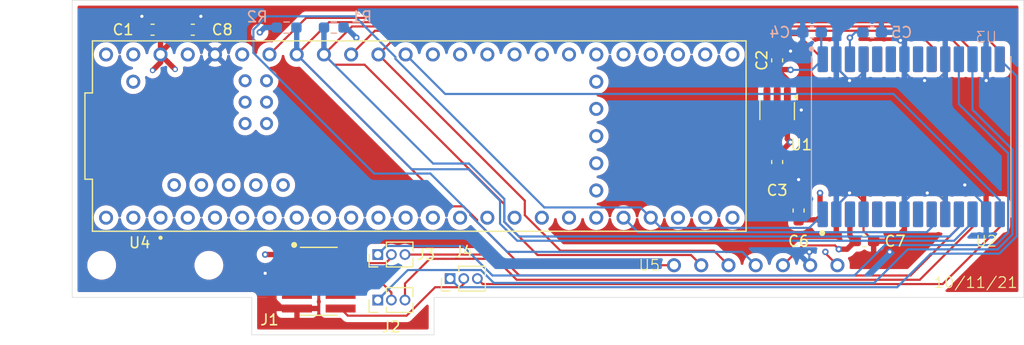
<source format=kicad_pcb>
(kicad_pcb (version 20241229) (generator "pcbnew") (generator_version "9.0")
  (layers (0 "F.Cu" mixed) (4 "In1.Cu" power) (6 "In2.Cu" power) (2 "B.Cu" mixed) (13 "F.Paste" user) (15 "B.Paste" user) (5 "F.SilkS" user "F.Silkscreen") (7 "B.SilkS" user "B.Silkscreen") (1 "F.Mask" user) (3 "B.Mask" user) (25 "Edge.Cuts" user))
  (net 0 "")
  (net 1 "+3V3")
  (net 2 "GND")
  (net 3 "+1V8")
  (net 4 "/SCL")
  (net 5 "/SDA")
  (net 7 "/SWD_CLK_2")
  (net 8 "/RESET2")
  (net 9 "/ADDR2")
  (net 10 "/WAKE2")
  (net 11 "/SWD_IO_2")
  (net 12 "/INT2")
  (net 13 "/WAKE1")
  (net 14 "/RESET1")
  (net 15 "/SWD_IO_1")
  (net 16 "/INT1")
  (net 17 "/ADDR1")
  (net 18 "/SWD_CLK_1")
  (net 70 "+5V")
  (net 75 "/SWD_CLK")
  (net 76 "/SWD_IO")
  (net 77 "/RESET")
  (footprint "Package_TO_SOT_SMD:SOT-23-5_HandSoldering" (layer "F.Cu") (at 153.25 73 -90)
    (property "Reference" "U1" (at 3.25 -2.25 180) (layer "F.SilkS"))
    (property "Value" "TLV713185PDBV")
    (pad "1" smd roundrect (at -1.35 -0.95 270) (size 1.56 0.65) (layers "F.Cu" "F.Mask" "F.Paste") (net 1 "+3V3"))
    (pad "2" smd roundrect (at -1.35 0 270) (size 1.56 0.65) (layers "F.Cu" "F.Mask" "F.Paste") (net 2 "GND"))
    (pad "3" smd roundrect (at -1.35 0.95 270) (size 1.56 0.65) (layers "F.Cu" "F.Mask" "F.Paste") (net 1 "+3V3"))
    (pad "4" smd roundrect (at 1.35 0.95 270) (size 1.56 0.65) (layers "F.Cu" "F.Mask" "F.Paste"))
    (pad "5" smd roundrect (at 1.35 -0.95 270) (size 1.56 0.65) (layers "F.Cu" "F.Mask" "F.Paste") (net 3 "+1V8"))
  )
  (footprint "Capacitor_SMD:C_0603_1608Metric_Pad1.08x0.95mm_HandSolder" (layer "F.Cu") (at 153.25 77.8625 -90)
    (property "Reference" "C3" (at 2.6375 0 180) (layer "F.SilkS"))
    (property "Value" "0.1uF")
    (pad "1" smd roundrect (at -0.8625 0 270) (size 1.075 0.95) (layers "F.Cu" "F.Mask" "F.Paste") (net 3 "+1V8"))
    (pad "2" smd roundrect (at 0.8625 0 270) (size 1.075 0.95) (layers "F.Cu" "F.Mask" "F.Paste") (net 2 "GND"))
  )
  (footprint "Acconeer:Debug" (layer "F.Cu") (at 143.63 87.5 90)
    (property "Reference" "U5" (at 0 -2.3 0) (layer "F.SilkS") (effects (font (thickness 0.1))))
    (property "Value" "~")
    (pad "7" thru_hole circle (at 0 15.24 180) (size 1.308 1.308) (drill 0.8) (layers "*.Cu" "*.Mask") (net 1 "+3V3"))
    (pad "8" thru_hole circle (at 0 12.7 180) (size 1.308 1.308) (drill 0.8) (layers "*.Cu" "*.Mask") (net 2 "GND"))
    (pad "9" thru_hole circle (at 0 10.16 180) (size 1.308 1.308) (drill 0.8) (layers "*.Cu" "*.Mask") (net 3 "+1V8"))
    (pad "10" thru_hole circle (at 0 7.62 180) (size 1.308 1.308) (drill 0.8) (layers "*.Cu" "*.Mask") (net 16 "/INT1"))
    (pad "11" thru_hole circle (at 0 5.08 180) (size 1.308 1.308) (drill 0.8) (layers "*.Cu" "*.Mask") (net 12 "/INT2"))
    (pad "12" thru_hole circle (at 0 2.54 180) (size 1.308 1.308) (drill 0.8) (layers "*.Cu" "*.Mask") (net 5 "/SDA"))
    (pad "13" thru_hole circle (at 0 0 180) (size 1.308 1.308) (drill 0.8) (layers "*.Cu" "*.Mask") (net 4 "/SCL"))
  )
  (footprint "Connector_PinHeader_1.27mm:PinHeader_1x03_P1.27mm_Vertical" (layer "F.Cu") (at 116 90.75 90)
    (property "Reference" "J2" (at -2.5 1.25 180) (layer "F.SilkS"))
    (property "Value" "J_SWD_CLK")
    (pad "1" thru_hole rect (at 0 0 90) (size 1 1) (drill 0.65) (layers "*.Cu" "*.Mask") (net 18 "/SWD_CLK_1"))
    (pad "2" thru_hole circle (at 0 1.27 90) (size 1 1) (drill 0.65) (layers "*.Cu" "*.Mask") (net 75 "/SWD_CLK"))
    (pad "3" thru_hole circle (at 0 2.54 90) (size 1 1) (drill 0.65) (layers "*.Cu" "*.Mask") (net 7 "/SWD_CLK_2"))
  )
  (footprint "Capacitor_SMD:C_0603_1608Metric_Pad1.08x0.95mm_HandSolder" (layer "F.Cu") (at 95 65.5 180)
    (property "Reference" "C1" (at 2.75 0 0) (layer "F.SilkS"))
    (property "Value" "10uF")
    (pad "1" smd roundrect (at -0.8625 0 180) (size 1.075 0.95) (layers "F.Cu" "F.Mask" "F.Paste") (net 1 "+3V3"))
    (pad "2" smd roundrect (at 0.8625 0 180) (size 1.075 0.95) (layers "F.Cu" "F.Mask" "F.Paste") (net 2 "GND"))
  )
  (footprint "Acconeer:XM125" (layer "F.Cu") (at 165.75 75.5 180)
    (property "Reference" "U2" (at -7 -9.75 0) (layer "F.SilkS") (effects (font (thickness 0.1))))
    (property "Value" "~")
    (pad "1" smd roundrect (at 8.255 -7.245 180) (size 0.95 2.4) (layers "F.Cu" "F.Mask" "F.Paste") (roundrect_rratio 0.15) (net 1 "+3V3"))
    (pad "2" smd roundrect (at 6.985 -7.245 180) (size 0.95 2.4) (layers "F.Cu" "F.Mask" "F.Paste") (roundrect_rratio 0.15) (net 2 "GND"))
    (pad "3" smd roundrect (at 5.715 -7.245 180) (size 0.95 2.4) (layers "F.Cu" "F.Mask" "F.Paste") (roundrect_rratio 0.15) (net 3 "+1V8"))
    (pad "4" smd roundrect (at 4.445 -7.245 180) (size 0.95 2.4) (layers "F.Cu" "F.Mask" "F.Paste") (roundrect_rratio 0.15) (net 2 "GND"))
    (pad "5" smd roundrect (at 3.175 -7.245 180) (size 0.95 2.4) (layers "F.Cu" "F.Mask" "F.Paste") (roundrect_rratio 0.15))
    (pad "6" smd roundrect (at 1.905 -7.245 180) (size 0.95 2.4) (layers "F.Cu" "F.Mask" "F.Paste") (roundrect_rratio 0.15))
    (pad "7" smd roundrect (at 0.635 -7.245 180) (size 0.95 2.4) (layers "F.Cu" "F.Mask" "F.Paste") (roundrect_rratio 0.15) (net 2 "GND"))
    (pad "8" smd roundrect (at -0.635 -7.245 180) (size 0.95 2.4) (layers "F.Cu" "F.Mask" "F.Paste") (roundrect_rratio 0.15))
    (pad "9" smd roundrect (at -1.905 -7.245 180) (size 0.95 2.4) (layers "F.Cu" "F.Mask" "F.Paste") (roundrect_rratio 0.15))
    (pad "10" smd roundrect (at -3.175 -7.245 180) (size 0.95 2.4) (layers "F.Cu" "F.Mask" "F.Paste") (roundrect_rratio 0.15) (net 2 "GND"))
    (pad "11" smd roundrect (at -4.445 -7.245 180) (size 0.95 2.4) (layers "F.Cu" "F.Mask" "F.Paste") (roundrect_rratio 0.15) (net 11 "/SWD_IO_2"))
    (pad "12" smd roundrect (at -5.715 -7.245 180) (size 0.95 2.4) (layers "F.Cu" "F.Mask" "F.Paste") (roundrect_rratio 0.15) (net 7 "/SWD_CLK_2"))
    (pad "13" smd roundrect (at -6.985 -7.245 180) (size 0.95 2.4) (layers "F.Cu" "F.Mask" "F.Paste") (roundrect_rratio 0.15) (net 2 "GND"))
    (pad "14" smd roundrect (at -8.255 -7.245 180) (size 0.95 2.4) (layers "F.Cu" "F.Mask" "F.Paste") (roundrect_rratio 0.15) (net 8 "/RESET2"))
    (pad "15" smd roundrect (at -8.265 7.245 180) (size 0.95 2.4) (layers "F.Cu" "F.Mask" "F.Paste") (roundrect_rratio 0.15) (net 10 "/WAKE2"))
    (pad "16" smd roundrect (at -6.995 7.245 180) (size 0.95 2.4) (layers "F.Cu" "F.Mask" "F.Paste") (roundrect_rratio 0.15) (net 2 "GND"))
    (pad "17" smd roundrect (at -5.725 7.245 180) (size 0.95 2.4) (layers "F.Cu" "F.Mask" "F.Paste") (roundrect_rratio 0.15) (net 4 "/SCL"))
    (pad "18" smd roundrect (at -4.455 7.245 180) (size 0.95 2.4) (layers "F.Cu" "F.Mask" "F.Paste") (roundrect_rratio 0.15) (net 5 "/SDA"))
    (pad "19" smd roundrect (at -3.185 7.245 180) (size 0.95 2.4) (layers "F.Cu" "F.Mask" "F.Paste") (roundrect_rratio 0.15) (net 2 "GND"))
    (pad "20" smd roundrect (at -1.915 7.245 180) (size 0.95 2.4) (layers "F.Cu" "F.Mask" "F.Paste") (roundrect_rratio 0.15) (net 9 "/ADDR2"))
    (pad "21" smd roundrect (at -0.645 7.245 180) (size 0.95 2.4) (layers "F.Cu" "F.Mask" "F.Paste") (roundrect_rratio 0.15))
    (pad "22" smd roundrect (at 0.625 7.245 180) (size 0.95 2.4) (layers "F.Cu" "F.Mask" "F.Paste") (roundrect_rratio 0.15) (net 2 "GND"))
    (pad "23" smd roundrect (at 1.895 7.245 180) (size 0.95 2.4) (layers "F.Cu" "F.Mask" "F.Paste") (roundrect_rratio 0.15))
    (pad "24" smd roundrect (at 3.165 7.245 180) (size 0.95 2.4) (layers "F.Cu" "F.Mask" "F.Paste") (roundrect_rratio 0.15))
    (pad "25" smd roundrect (at 4.435 7.245 180) (size 0.95 2.4) (layers "F.Cu" "F.Mask" "F.Paste") (roundrect_rratio 0.15))
    (pad "26" smd roundrect (at 5.705 7.245 180) (size 0.95 2.4) (layers "F.Cu" "F.Mask" "F.Paste") (roundrect_rratio 0.15))
    (pad "27" smd roundrect (at 6.975 7.245 180) (size 0.95 2.4) (layers "F.Cu" "F.Mask" "F.Paste") (roundrect_rratio 0.15) (net 2 "GND"))
    (pad "28" smd roundrect (at 8.245 7.245 180) (size 0.95 2.4) (layers "F.Cu" "F.Mask" "F.Paste") (roundrect_rratio 0.15) (net 12 "/INT2"))
  )
  (footprint "Capacitor_SMD:C_0603_1608Metric_Pad1.08x0.95mm_HandSolder" (layer "F.Cu") (at 155.25 82.3875 -90)
    (property "Reference" "C6" (at 2.8625 0 0) (layer "F.SilkS"))
    (property "Value" "0.1uF")
    (pad "1" smd roundrect (at -0.8625 0 270) (size 1.075 0.95) (layers "F.Cu" "F.Mask" "F.Paste") (net 2 "GND"))
    (pad "2" smd roundrect (at 0.8625 0 270) (size 1.075 0.95) (layers "F.Cu" "F.Mask" "F.Paste") (net 1 "+3V3"))
  )
  (footprint "Connector_PinHeader_1.27mm:PinHeader_1x03_P1.27mm_Vertical" (layer "F.Cu") (at 116 86.5 90)
    (property "Reference" "J3" (at 0 4.5 180) (layer "F.SilkS"))
    (property "Value" "J_SWD_IO")
    (pad "1" thru_hole rect (at 0 0 90) (size 1 1) (drill 0.65) (layers "*.Cu" "*.Mask") (net 15 "/SWD_IO_1"))
    (pad "2" thru_hole circle (at 0 1.27 90) (size 1 1) (drill 0.65) (layers "*.Cu" "*.Mask") (net 76 "/SWD_IO"))
    (pad "3" thru_hole circle (at 0 2.54 90) (size 1 1) (drill 0.65) (layers "*.Cu" "*.Mask") (net 11 "/SWD_IO_2"))
  )
  (footprint "MountingHole:MountingHole_2.2mm_M2" (layer "F.Cu") (at 90.25 87.5)
    (property "Reference" "REF**" (hide yes))
    (property "Value" "MountingHole_2.2mm_M2")
    (pad "" np_thru_hole circle (at 0 0) (size 2.2 2.2) (drill 2.2) (layers "*.Cu" "*.Mask"))
  )
  (footprint "Capacitor_SMD:C_0603_1608Metric_Pad1.08x0.95mm_HandSolder" (layer "F.Cu") (at 153.25 68.3625 90)
    (property "Reference" "C2" (at 0 -1.43 90) (layer "F.SilkS"))
    (property "Value" "0.1uF")
    (pad "1" smd roundrect (at -0.8625 0 90) (size 1.075 0.95) (layers "F.Cu" "F.Mask" "F.Paste") (net 1 "+3V3"))
    (pad "2" smd roundrect (at 0.8625 0 90) (size 1.075 0.95) (layers "F.Cu" "F.Mask" "F.Paste") (net 2 "GND"))
  )
  (footprint "Connector_PinHeader_1.27mm:PinHeader_1x03_P1.27mm_Vertical" (layer "F.Cu") (at 122.75 88.75 90)
    (property "Reference" "J4" (at 2.5 1.25 180) (layer "F.SilkS"))
    (property "Value" "J_RESET")
    (pad "1" thru_hole rect (at 0 0 90) (size 1 1) (drill 0.65) (layers "*.Cu" "*.Mask") (net 14 "/RESET1"))
    (pad "2" thru_hole circle (at 0 1.27 90) (size 1 1) (drill 0.65) (layers "*.Cu" "*.Mask") (net 77 "/RESET"))
    (pad "3" thru_hole circle (at 0 2.54 90) (size 1 1) (drill 0.65) (layers "*.Cu" "*.Mask") (net 8 "/RESET2"))
  )
  (footprint "FTS-105-03-L-DV:FTS-105-03-L-DV" (layer "F.Cu") (at 110.5 89)
    (property "Reference" "J1" (at -4.6 3.6 0) (layer "F.SilkS") (effects (font (size 1.001031 1.001031))))
    (property "Value" "Conn_ARM_JTAG_SWD_10")
    (pad "1" smd rect (at -2.035 -2.54) (size 2.79 0.74) (layers "F.Cu" "F.Mask" "F.Paste") (net 1 "+3V3"))
    (pad "2" smd rect (at 2.035 -2.54) (size 2.79 0.74) (layers "F.Cu" "F.Mask" "F.Paste") (net 76 "/SWD_IO"))
    (pad "3" smd rect (at -2.035 -1.27) (size 2.79 0.74) (layers "F.Cu" "F.Mask" "F.Paste") (net 2 "GND"))
    (pad "4" smd rect (at 2.035 -1.27) (size 2.79 0.74) (layers "F.Cu" "F.Mask" "F.Paste") (net 75 "/SWD_CLK"))
    (pad "5" smd rect (at -2.035 0) (size 2.79 0.74) (layers "F.Cu" "F.Mask" "F.Paste") (net 2 "GND"))
    (pad "6" smd rect (at 2.035 0) (size 2.79 0.74) (layers "F.Cu" "F.Mask" "F.Paste"))
    (pad "7" smd rect (at -2.035 1.27) (size 2.79 0.74) (layers "F.Cu" "F.Mask" "F.Paste"))
    (pad "8" smd rect (at 2.035 1.27) (size 2.79 0.74) (layers "F.Cu" "F.Mask" "F.Paste"))
    (pad "9" smd rect (at -2.035 2.54) (size 2.79 0.74) (layers "F.Cu" "F.Mask" "F.Paste") (net 2 "GND"))
    (pad "10" smd rect (at 2.035 2.54) (size 2.79 0.74) (layers "F.Cu" "F.Mask" "F.Paste") (net 77 "/RESET"))
  )
  (footprint "Capacitor_SMD:C_0603_1608Metric_Pad1.08x0.95mm_HandSolder" (layer "F.Cu") (at 98.75 65.5)
    (property "Reference" "C8" (at 2.75 0 0) (layer "F.SilkS"))
    (property "Value" "0.1uF")
    (pad "1" smd roundrect (at -0.8625 0) (size 1.075 0.95) (layers "F.Cu" "F.Mask" "F.Paste") (net 1 "+3V3"))
    (pad "2" smd roundrect (at 0.8625 0) (size 1.075 0.95) (layers "F.Cu" "F.Mask" "F.Paste") (net 2 "GND"))
  )
  (footprint "Capacitor_SMD:C_0603_1608Metric_Pad1.08x0.95mm_HandSolder" (layer "F.Cu") (at 161.3875 85.25)
    (property "Reference" "C7" (at 2.8625 0 0) (layer "F.SilkS"))
    (property "Value" "0.1uF")
    (pad "1" smd roundrect (at -0.8625 0) (size 1.075 0.95) (layers "F.Cu" "F.Mask" "F.Paste") (net 3 "+1V8"))
    (pad "2" smd roundrect (at 0.8625 0) (size 1.075 0.95) (layers "F.Cu" "F.Mask" "F.Paste") (net 2 "GND"))
  )
  (footprint "DEV-16771:MODULE_DEV-16771" (layer "F.Cu") (at 119.87 75.435)
    (property "Reference" "U4" (at -26.07 9.965 0) (layer "F.SilkS"))
    (property "Value" "DEV-16771")
    (pad "0" thru_hole circle (at -26.67 7.62) (size 1.308 1.308) (drill 0.8) (layers "*.Cu" "*.Mask"))
    (pad "1" thru_hole circle (at -24.13 7.62) (size 1.308 1.308) (drill 0.8) (layers "*.Cu" "*.Mask"))
    (pad "2" thru_hole circle (at -21.59 7.62) (size 1.308 1.308) (drill 0.8) (layers "*.Cu" "*.Mask"))
    (pad "3" thru_hole circle (at -19.05 7.62) (size 1.308 1.308) (drill 0.8) (layers "*.Cu" "*.Mask"))
    (pad "3.3V_1" thru_hole circle (at 6.35 7.62) (size 1.308 1.308) (drill 0.8) (layers "*.Cu" "*.Mask") (net 1 "+3V3"))
    (pad "3.3V_2" thru_hole circle (at -24.13 -7.62) (size 1.308 1.308) (drill 0.8) (layers "*.Cu" "*.Mask") (net 1 "+3V3"))
    (pad "3.3V_3" thru_hole circle (at 16.51 2.54) (size 1.308 1.308) (drill 0.8) (layers "*.Cu" "*.Mask") (net 1 "+3V3"))
    (pad "4" thru_hole circle (at -16.51 7.62) (size 1.308 1.308) (drill 0.8) (layers "*.Cu" "*.Mask"))
    (pad "5" thru_hole circle (at -13.97 7.62) (size 1.308 1.308) (drill 0.8) (layers "*.Cu" "*.Mask"))
    (pad "5V" thru_hole circle (at -22.86 4.57) (size 1.258 1.258) (drill 0.75) (layers "*.Cu" "*.Mask") (net 70 "+5V"))
    (pad "6" thru_hole circle (at -11.43 7.62) (size 1.308 1.308) (drill 0.8) (layers "*.Cu" "*.Mask"))
    (pad "7" thru_hole circle (at -8.89 7.62) (size 1.308 1.308) (drill 0.8) (layers "*.Cu" "*.Mask"))
    (pad "8" thru_hole circle (at -6.35 7.62) (size 1.308 1.308) (drill 0.8) (layers "*.Cu" "*.Mask"))
    (pad "9" thru_hole circle (at -3.81 7.62) (size 1.308 1.308) (drill 0.8) (layers "*.Cu" "*.Mask"))
    (pad "10" thru_hole circle (at -1.27 7.62) (size 1.308 1.308) (drill 0.8) (layers "*.Cu" "*.Mask"))
    (pad "11" thru_hole circle (at 1.27 7.62) (size 1.308 1.308) (drill 0.8) (layers "*.Cu" "*.Mask"))
    (pad "12" thru_hole circle (at 3.81 7.62) (size 1.308 1.308) (drill 0.8) (layers "*.Cu" "*.Mask"))
    (pad "13" thru_hole circle (at 3.81 -7.62) (size 1.308 1.308) (drill 0.8) (layers "*.Cu" "*.Mask"))
    (pad "14" thru_hole circle (at 1.27 -7.62) (size 1.308 1.308) (drill 0.8) (layers "*.Cu" "*.Mask"))
    (pad "15" thru_hole circle (at -1.27 -7.62) (size 1.308 1.308) (drill 0.8) (layers "*.Cu" "*.Mask") (net 13 "/WAKE1"))
    (pad "16" thru_hole circle (at -3.81 -7.62) (size 1.308 1.308) (drill 0.8) (layers "*.Cu" "*.Mask") (net 12 "/INT2"))
    (pad "17" thru_hole circle (at -6.35 -7.62) (size 1.308 1.308) (drill 0.8) (layers "*.Cu" "*.Mask") (net 9 "/ADDR2"))
    (pad "18" thru_hole circle (at -8.89 -7.62) (size 1.308 1.308) (drill 0.8) (layers "*.Cu" "*.Mask") (net 5 "/SDA"))
    (pad "19" thru_hole circle (at -11.43 -7.62) (size 1.308 1.308) (drill 0.8) (layers "*.Cu" "*.Mask") (net 4 "/SCL"))
    (pad "20" thru_hole circle (at -13.97 -7.62) (size 1.308 1.308) (drill 0.8) (layers "*.Cu" "*.Mask") (net 10 "/WAKE2"))
    (pad "21" thru_hole circle (at -16.51 -7.62) (size 1.308 1.308) (drill 0.8) (layers "*.Cu" "*.Mask"))
    (pad "22" thru_hole circle (at -19.05 -7.62) (size 1.308 1.308) (drill 0.8) (layers "*.Cu" "*.Mask") (net 2 "GND"))
    (pad "23" thru_hole circle (at -21.59 -7.62) (size 1.308 1.308) (drill 0.8) (layers "*.Cu" "*.Mask"))
    (pad "24" thru_hole circle (at 8.89 7.62) (size 1.308 1.308) (drill 0.8) (layers "*.Cu" "*.Mask"))
    (pad "25" thru_hole circle (at 11.43 7.62) (size 1.308 1.308) (drill 0.8) (layers "*.Cu" "*.Mask"))
    (pad "26" thru_hole circle (at 13.97 7.62) (size 1.308 1.308) (drill 0.8) (layers "*.Cu" "*.Mask"))
    (pad "27" thru_hole circle (at 16.51 7.62) (size 1.308 1.308) (drill 0.8) (layers "*.Cu" "*.Mask"))
    (pad "28" thru_hole circle (at 19.05 7.62) (size 1.308 1.308) (drill 0.8) (layers "*.Cu" "*.Mask") (net 17 "/ADDR1"))
    (pad "29" thru_hole circle (at 21.59 7.62) (size 1.308 1.308) (drill 0.8) (layers "*.Cu" "*.Mask") (net 16 "/INT1"))
    (pad "30" thru_hole circle (at 24.13 7.62) (size 1.308 1.308) (drill 0.8) (layers "*.Cu" "*.Mask"))
    (pad "31" thru_hole circle (at 26.67 7.62) (size 1.308 1.308) (drill 0.8) (layers "*.Cu" "*.Mask"))
    (pad "32" thru_hole circle (at 29.21 7.62) (size 1.308 1.308) (drill 0.8) (layers "*.Cu" "*.Mask"))
    (pad "33" thru_hole circle (at 29.21 -7.62) (size 1.308 1.308) (drill 0.8) (layers "*.Cu" "*.Mask"))
    (pad "34" thru_hole circle (at 26.67 -7.62) (size 1.308 1.308) (drill 0.8) (layers "*.Cu" "*.Mask"))
    (pad "35" thru_hole circle (at 24.13 -7.62) (size 1.308 1.308) (drill 0.8) (layers "*.Cu" "*.Mask"))
    (pad "36" thru_hole circle (at 21.59 -7.62) (size 1.308 1.308) (drill 0.8) (layers "*.Cu" "*.Mask"))
    (pad "37" thru_hole circle (at 19.05 -7.62) (size 1.308 1.308) (drill 0.8) (layers "*.Cu" "*.Mask"))
    (pad "38" thru_hole circle (at 16.51 -7.62) (size 1.308 1.308) (drill 0.8) (layers "*.Cu" "*.Mask"))
    (pad "39" thru_hole circle (at 13.97 -7.62) (size 1.308 1.308) (drill 0.8) (layers "*.Cu" "*.Mask"))
    (pad "40" thru_hole circle (at 11.43 -7.62) (size 1.308 1.308) (drill 0.8) (layers "*.Cu" "*.Mask"))
    (pad "41" thru_hole circle (at 8.89 -7.62) (size 1.308 1.308) (drill 0.8) (layers "*.Cu" "*.Mask"))
    (pad "D+" thru_hole circle (at -17.78 4.57) (size 1.258 1.258) (drill 0.75) (layers "*.Cu" "*.Mask"))
    (pad "D-" thru_hole circle (at -20.32 4.57) (size 1.258 1.258) (drill 0.75) (layers "*.Cu" "*.Mask"))
    (pad "GND1" thru_hole circle (at -29.21 7.62) (size 1.308 1.308) (drill 0.8) (layers "*.Cu" "*.Mask"))
    (pad "GND2" thru_hole circle (at 6.35 -7.62) (size 1.308 1.308) (drill 0.8) (layers "*.Cu" "*.Mask"))
    (pad "GND3" thru_hole circle (at -26.67 -7.62) (size 1.308 1.308) (drill 0.8) (layers "*.Cu" "*.Mask"))
    (pad "GND4" thru_hole circle (at 16.51 0) (size 1.308 1.308) (drill 0.8) (layers "*.Cu" "*.Mask"))
    (pad "GND5" thru_hole circle (at -14.24 -3.17) (size 1.208 1.208) (drill 0.7) (layers "*.Cu" "*.Mask"))
    (pad "LED" thru_hole circle (at -16.24 -3.17) (size 1.208 1.208) (drill 0.7) (layers "*.Cu" "*.Mask"))
    (pad "ON/OFF" thru_hole circle (at 16.51 -5.08) (size 1.308 1.308) (drill 0.8) (layers "*.Cu" "*.Mask"))
    (pad "PROGRAM" thru_hole circle (at 16.51 -2.54) (size 1.308 1.308) (drill 0.8) (layers "*.Cu" "*.Mask"))
    (pad "R+" thru_hole circle (at -16.24 -5.17) (size 1.208 1.208) (drill 0.7) (layers "*.Cu" "*.Mask"))
    (pad "R-" thru_hole circle (at -14.24 -5.17) (size 1.208 1.208) (drill 0.7) (layers "*.Cu" "*.Mask"))
    (pad "T+" thru_hole circle (at -14.24 -1.17) (size 1.208 1.208) (drill 0.7) (layers "*.Cu" "*.Mask"))
    (pad "T-" thru_hole circle (at -16.24 -1.17) (size 1.208 1.208) (drill 0.7) (layers "*.Cu" "*.Mask"))
    (pad "USB_GND1" thru_hole circle (at -15.24 4.57) (size 1.258 1.258) (drill 0.75) (layers "*.Cu" "*.Mask"))
    (pad "USB_GND2" thru_hole circle (at -12.7 4.57) (size 1.258 1.258) (drill 0.75) (layers "*.Cu" "*.Mask"))
    (pad "VBAT" thru_hole circle (at 16.51 5.08) (size 1.308 1.308) (drill 0.8) (layers "*.Cu" "*.Mask"))
    (pad "VIN" thru_hole circle (at -29.21 -7.62) (size 1.308 1.308) (drill 0.8) (layers "*.Cu" "*.Mask"))
    (pad "VUSB" thru_hole circle (at -26.67 -5.08) (size 1.308 1.308) (drill 0.8) (layers "*.Cu" "*.Mask"))
  )
  (footprint "MountingHole:MountingHole_2.2mm_M2" (layer "F.Cu") (at 100.25 87.5)
    (property "Reference" "REF**" (hide yes))
    (property "Value" "MountingHole_2.2mm_M2")
    (pad "" np_thru_hole circle (at 0 0) (size 2.2 2.2) (drill 2.2) (layers "*.Cu" "*.Mask"))
  )
  (footprint "Capacitor_SMD:C_0603_1608Metric_Pad1.08x0.95mm_HandSolder" (layer "B.Cu") (at 162.1125 65.75)
    (property "Reference" "C5" (at 2.75 0 0) (layer "B.SilkS") (effects (justify mirror)))
    (property "Value" "0.1uF")
    (pad "1" smd roundrect (at -0.8625 0) (size 1.075 0.95) (layers "B.Cu" "B.Mask" "B.Paste") (net 3 "+1V8"))
    (pad "2" smd roundrect (at 0.8625 0) (size 1.075 0.95) (layers "B.Cu" "B.Mask" "B.Paste") (net 2 "GND"))
  )
  (footprint "Acconeer:XM125" (layer "B.Cu") (at 165.75 75.5 180)
    (property "Reference" "U3" (at -7 9.3 0) (layer "B.SilkS") (effects (font (thickness 0.1)) (justify mirror)))
    (property "Value" "~")
    (pad "1" smd roundrect (at 8.255 7.245 180) (size 0.95 2.4) (layers "B.Cu" "B.Mask" "B.Paste") (roundrect_rratio 0.15) (net 1 "+3V3"))
    (pad "2" smd roundrect (at 6.985 7.245 180) (size 0.95 2.4) (layers "B.Cu" "B.Mask" "B.Paste") (roundrect_rratio 0.15) (net 2 "GND"))
    (pad "3" smd roundrect (at 5.715 7.245 180) (size 0.95 2.4) (layers "B.Cu" "B.Mask" "B.Paste") (roundrect_rratio 0.15) (net 3 "+1V8"))
    (pad "4" smd roundrect (at 4.445 7.245 180) (size 0.95 2.4) (layers "B.Cu" "B.Mask" "B.Paste") (roundrect_rratio 0.15) (net 2 "GND"))
    (pad "5" smd roundrect (at 3.175 7.245 180) (size 0.95 2.4) (layers "B.Cu" "B.Mask" "B.Paste") (roundrect_rratio 0.15))
    (pad "6" smd roundrect (at 1.905 7.245 180) (size 0.95 2.4) (layers "B.Cu" "B.Mask" "B.Paste") (roundrect_rratio 0.15))
    (pad "7" smd roundrect (at 0.635 7.245 180) (size 0.95 2.4) (layers "B.Cu" "B.Mask" "B.Paste") (roundrect_rratio 0.15) (net 2 "GND"))
    (pad "8" smd roundrect (at -0.635 7.245 180) (size 0.95 2.4) (layers "B.Cu" "B.Mask" "B.Paste") (roundrect_rratio 0.15))
    (pad "9" smd roundrect (at -1.905 7.245 180) (size 0.95 2.4) (layers "B.Cu" "B.Mask" "B.Paste") (roundrect_rratio 0.15))
    (pad "10" smd roundrect (at -3.175 7.245 180) (size 0.95 2.4) (layers "B.Cu" "B.Mask" "B.Paste") (roundrect_rratio 0.15) (net 2 "GND"))
    (pad "11" smd roundrect (at -4.445 7.245 180) (size 0.95 2.4) (layers "B.Cu" "B.Mask" "B.Paste") (roundrect_rratio 0.15) (net 15 "/SWD_IO_1"))
    (pad "12" smd roundrect (at -5.715 7.245 180) (size 0.95 2.4) (layers "B.Cu" "B.Mask" "B.Paste") (roundrect_rratio 0.15) (net 18 "/SWD_CLK_1"))
    (pad "13" smd roundrect (at -6.985 7.245 180) (size 0.95 2.4) (layers "B.Cu" "B.Mask" "B.Paste") (roundrect_rratio 0.15) (net 2 "GND"))
    (pad "14" smd roundrect (at -8.255 7.245 180) (size 0.95 2.4) (layers "B.Cu" "B.Mask" "B.Paste") (roundrect_rratio 0.15) (net 14 "/RESET1"))
    (pad "15" smd roundrect (at -8.265 -7.245 180) (size 0.95 2.4) (layers "B.Cu" "B.Mask" "B.Paste") (roundrect_rratio 0.15) (net 13 "/WAKE1"))
    (pad "16" smd roundrect (at -6.995 -7.245 180) (size 0.95 2.4) (layers "B.Cu" "B.Mask" "B.Paste") (roundrect_rratio 0.15) (net 2 "GND"))
    (pad "17" smd roundrect (at -5.725 -7.245 180) (size 0.95 2.4) (layers "B.Cu" "B.Mask" "B.Paste") (roundrect_rratio 0.15) (net 4 "/SCL"))
    (pad "18" smd roundrect (at -4.455 -7.245 180) (size 0.95 2.4) (layers "B.Cu" "B.Mask" "B.Paste") (roundrect_rratio 0.15) (net 5 "/SDA"))
    (pad "19" smd roundrect (at -3.185 -7.245 180) (size 0.95 2.4) (layers "B.Cu" "B.Mask" "B.Paste") (roundrect_rratio 0.15) (net 2 "GND"))
    (pad "20" smd roundrect (at -1.915 -7.245 180) (size 0.95 2.4) (layers "B.Cu" "B.Mask" "B.Paste") (roundrect_rratio 0.15) (net 17 "/ADDR1"))
    (pad "21" smd roundrect (at -0.645 -7.245 180) (size 0.95 2.4) (layers "B.Cu" "B.Mask" "B.Paste") (roundrect_rratio 0.15))
    (pad "22" smd roundrect (at 0.625 -7.245 180) (size 0.95 2.4) (layers "B.Cu" "B.Mask" "B.Paste") (roundrect_rratio 0.15) (net 2 "GND"))
    (pad "23" smd roundrect (at 1.895 -7.245 180) (size 0.95 2.4) (layers "B.Cu" "B.Mask" "B.Paste") (roundrect_rratio 0.15))
    (pad "24" smd roundrect (at 3.165 -7.245 180) (size 0.95 2.4) (layers "B.Cu" "B.Mask" "B.Paste") (roundrect_rratio 0.15))
    (pad "25" smd roundrect (at 4.435 -7.245 180) (size 0.95 2.4) (layers "B.Cu" "B.Mask" "B.Paste") (roundrect_rratio 0.15))
    (pad "26" smd roundrect (at 5.705 -7.245 180) (size 0.95 2.4) (layers "B.Cu" "B.Mask" "B.Paste") (roundrect_rratio 0.15))
    (pad "27" smd roundrect (at 6.975 -7.245 180) (size 0.95 2.4) (layers "B.Cu" "B.Mask" "B.Paste") (roundrect_rratio 0.15) (net 2 "GND"))
    (pad "28" smd roundrect (at 8.245 -7.245 180) (size 0.95 2.4) (layers "B.Cu" "B.Mask" "B.Paste") (roundrect_rratio 0.15) (net 16 "/INT1"))
  )
  (footprint "Resistor_SMD:R_0603_1608Metric_Pad0.98x0.95mm_HandSolder" (layer "B.Cu") (at 111.9 65.3 180)
    (property "Reference" "R1" (at -2.5875 1 0) (layer "B.SilkS") (effects (justify mirror)))
    (property "Value" "4.7k")
    (pad "1" smd roundrect (at -0.9125 0 180) (size 0.975 0.95) (layers "B.Cu" "B.Mask" "B.Paste") (net 1 "+3V3"))
    (pad "2" smd roundrect (at 0.9125 0 180) (size 0.975 0.95) (layers "B.Cu" "B.Mask" "B.Paste") (net 5 "/SDA"))
  )
  (footprint "Capacitor_SMD:C_0603_1608Metric_Pad1.08x0.95mm_HandSolder" (layer "B.Cu") (at 156.5 65.75)
    (property "Reference" "C4" (at -3 0 0) (layer "B.SilkS") (effects (justify mirror)))
    (property "Value" "0.1uF")
    (pad "1" smd roundrect (at -0.8625 0) (size 1.075 0.95) (layers "B.Cu" "B.Mask" "B.Paste") (net 2 "GND"))
    (pad "2" smd roundrect (at 0.8625 0) (size 1.075 0.95) (layers "B.Cu" "B.Mask" "B.Paste") (net 1 "+3V3"))
  )
  (footprint "Resistor_SMD:R_0603_1608Metric_Pad0.98x0.95mm_HandSolder" (layer "B.Cu") (at 107.5 65.3)
    (property "Reference" "R2" (at -2.75 -1 0) (layer "B.SilkS") (effects (justify mirror)))
    (property "Value" "4.7k")
    (pad "1" smd roundrect (at -0.9125 0) (size 0.975 0.95) (layers "B.Cu" "B.Mask" "B.Paste") (net 1 "+3V3"))
    (pad "2" smd roundrect (at 0.9125 0) (size 0.975 0.95) (layers "B.Cu" "B.Mask" "B.Paste") (net 4 "/SCL"))
  )
  (gr_poly (pts (xy 87.5 62.75) (xy 87.5 90.5) (xy 104.25 90.5) (xy 104.25 94) (xy 121.25 94) (xy 121.25 90.5) (xy 176.25 90.5) (xy 176.25 62.75)) (stroke (width 0.05)) (fill no) (layer "Edge.Cuts"))
  (gr_text "10/11/21" (at 167.8 89.7 0) (layer "F.SilkS") (effects (font (size 1 1) (thickness 0.1)) (justify left bottom)))
  (segment (start 155.25 83.25) (end 156.99 83.25) (width 0.5) (layer "F.Cu") (net 1))
  (segment (start 97.8875 65.6675) (end 97.8875 65.5) (width 0.2) (layer "F.Cu") (net 1))
  (segment (start 95.74 67.815) (end 95.74 67.84) (width 0.5) (layer "F.Cu") (net 1))
  (segment (start 95.74 65.6225) (end 95.8625 65.5) (width 0.5) (layer "F.Cu") (net 1))
  (segment (start 105.5 86.5) (end 108.425 86.5) (width 0.5) (layer "F.Cu") (net 1))
  (segment (start 156.99 83.25) (end 157.495 82.745) (width 0.5) (layer "F.Cu") (net 1))
  (segment (start 153.25 69.225) (end 154.2 70.175) (width 0.5) (layer "F.Cu") (net 1))
  (segment (start 152.3 70.175) (end 152.3 71.65) (width 0.5) (layer "F.Cu") (net 1))
  (segment (start 95.74 68.56) (end 95 69.3) (width 0.5) (layer "F.Cu") (net 1))
  (segment (start 153.25 69.225) (end 154.475 69.225) (width 0.5) (layer "F.Cu") (net 1))
  (segment (start 157.25 82.5) (end 157.495 82.745) (width 0.5) (layer "F.Cu") (net 1))
  (segment (start 157.25 80.75) (end 157.25 82.5) (width 0.5) (layer "F.Cu") (net 1))
  (segment (start 157.75 86.25) (end 157.75 86.38) (width 0.2) (layer "F.Cu") (net 1))
  (segment (start 157.5 82.74) (end 157.495 82.745) (width 0.2) (layer "F.Cu") (net 1))
  (segment (start 153.25 69.225) (end 152.3 70.175) (width 0.5) (layer "F.Cu") (net 1))
  (segment (start 95.74 67.84) (end 97.1 69.2) (width 0.5) (layer "F.Cu") (net 1))
  (segment (start 154.2 70.175) (end 154.2 71.65) (width 0.5) (layer "F.Cu") (net 1))
  (segment (start 157.75 86.38) (end 158.87 87.5) (width 0.2) (layer "F.Cu") (net 1))
  (segment (start 95.8625 67.6925) (end 95.74 67.815) (width 0.2) (layer "F.Cu") (net 1))
  (segment (start 154.475 69.225) (end 154.5 69.25) (width 0.5) (layer "F.Cu") (net 1))
  (segment (start 95.74 67.815) (end 95.74 67.6475) (width 0.5) (layer "F.Cu") (net 1))
  (segment (start 108.425 86.5) (end 108.465 86.46) (width 0.5) (layer "F.Cu") (net 1))
  (segment (start 95.74 67.815) (end 95.74 65.6225) (width 0.5) (layer "F.Cu") (net 1))
  (segment (start 95.74 67.6475) (end 97.8875 65.5) (width 0.5) (layer "F.Cu") (net 1))
  (segment (start 95.74 67.815) (end 95.74 68.56) (width 0.5) (layer "F.Cu") (net 1))
  (via (at 114 66.25) (size 0.6) (drill 0.3) (layers "F.Cu" "B.Cu") (net 1))
  (via (at 97.1 69.2) (size 0.5) (drill 0.3) (layers "F.Cu" "B.Cu") (net 1))
  (via (at 105.5 86.5) (size 0.6) (drill 0.3) (layers "F.Cu" "B.Cu") (net 1))
  (via (at 105 65.75) (size 0.6) (drill 0.3) (layers "F.Cu" "B.Cu") (net 1))
  (via (at 154.5 69.25) (size 0.6) (drill 0.3) (layers "F.Cu" "B.Cu") (net 1))
  (via (at 95 69.3) (size 0.5) (drill 0.3) (layers "F.Cu" "B.Cu") (net 1))
  (via (at 157.25 80.75) (size 0.6) (drill 0.3) (layers "F.Cu" "B.Cu") (net 1))
  (via (at 157.75 86.25) (size 0.6) (drill 0.3) (layers "F.Cu" "B.Cu") (net 1))
  (segment (start 156.5 69.25) (end 157.495 68.255) (width 0.2) (layer "B.Cu") (net 1))
  (segment (start 154.5 69.25) (end 156.5 69.25) (width 0.2) (layer "B.Cu") (net 1))
  (segment (start 105.45 65.3) (end 105 65.75) (width 0.5) (layer "B.Cu") (net 1))
  (segment (start 157.3625 68.1225) (end 157.495 68.255) (width 0.2) (layer "B.Cu") (net 1))
  (segment (start 157.3625 65.75) (end 157.3625 68.1225) (width 0.2) (layer "B.Cu") (net 1))
  (segment (start 112.8125 65.3) (end 113.05 65.3) (width 0.5) (layer "B.Cu") (net 1))
  (segment (start 113.05 65.3) (end 114 66.25) (width 0.5) (layer "B.Cu") (net 1))
  (segment (start 106.5875 65.3) (end 105.45 65.3) (width 0.5) (layer "B.Cu") (net 1))
  (segment (start 168.13 80.75) (end 167.25 80.75) (width 0.2) (layer "F.Cu") (net 2))
  (segment (start 168.14 70.25) (end 167 70.25) (width 0.2) (layer "F.Cu") (net 2))
  (segment (start 105.75 88.25) (end 106.27 87.73) (width 0.2) (layer "F.Cu") (net 2))
  (segment (start 153.25 67.5) (end 154.5 67.5) (width 0.2) (layer "F.Cu") (net 2))
  (segment (start 161.305 81.545) (end 160.51 80.75) (width 0.2) (layer "F.Cu") (net 2))
  (segment (start 154.475 78.725) (end 155.25 79.5) (width 0.2) (layer "F.Cu") (net 2))
  (segment (start 105.5 89.972) (end 105.5 88.25) (width 0.5) (layer "F.Cu") (net 2))
  (segment (start 165.125 68.255) (end 165.125 69.455) (width 0.2) (layer "F.Cu") (net 2))
  (segment (start 94 64.25) (end 94 65.3625) (width 0.2) (layer "F.Cu") (net 2))
  (segment (start 99.5 65.3875) (end 99.6125 65.5) (width 0.2) (layer "F.Cu") (net 2))
  (segment (start 99.6125 65.5) (end 99.6125 66.6075) (width 0.2) (layer "F.Cu") (net 2))
  (segment (start 158.765 81.985) (end 160 80.75) (width 0.2) (layer "F.Cu") (net 2))
  (segment (start 153.25 78.725) (end 154.475 78.725) (width 0.2) (layer "F.Cu") (net 2))
  (segment (start 108.465 91.54) (end 107.068 91.54) (width 0.5) (layer "F.Cu") (net 2))
  (segment (start 168.935 68.255) (end 168.935 69.455) (width 0.2) (layer "F.Cu") (net 2))
  (segment (start 161.305 84.305) (end 161.305 82.745) (width 0.2) (layer "F.Cu") (net 2))
  (segment (start 106.5 89) (end 108.465 89) (width 0.2) (layer "F.Cu") (net 2))
  (segment (start 165.115 82.745) (end 165.115 81.545) (width 0.2) (layer "F.Cu") (net 2))
  (segment (start 165.115 81.545) (end 165.91 80.75) (width 0.2) (layer "F.Cu") (net 2))
  (segment (start 158.775 69.025) (end 160 70.25) (width 0.2) (layer "F.Cu") (net 2))
  (segment (start 161.305 82.745) (end 161.305 81.545) (width 0.2) (layer "F.Cu") (net 2))
  (segment (start 172.735 81.01) (end 172.735 82.745) (width 0.2) (layer "F.Cu") (net 2))
  (segment (start 165.91 80.75) (end 167.25 80.75) (width 0.2) (layer "F.Cu") (net 2))
  (segment (start 153.25 71.65) (end 153.25 72.429999) (width 0.2) (layer "F.Cu") (net 2))
  (segment (start 158.765 82.745) (end 158.765 81.985) (width 0.2) (layer "F.Cu") (net 2))
  (segment (start 153.820001 73) (end 155.5 73) (width 0.2) (layer "F.Cu") (net 2))
  (segment (start 105.5 88.25) (end 105.75 88.25) (width 0.2) (layer "F.Cu") (net 2))
  (segment (start 172.745 68.255) (end 172.745 70.245) (width 0.2) (layer "F.Cu") (net 2))
  (segment (start 99.5 64.25) (end 99.5 65.3875) (width 0.2) (layer "F.Cu") (net 2))
  (segment (start 168.925 82.745) (end 168.925 81.545) (width 0.2) (layer "F.Cu") (net 2))
  (segment (start 153.25 72.429999) (end 153.820001 73) (width 0.2) (layer "F.Cu") (net 2))
  (segment (start 94 65.3625) (end 94.1375 65.5) (width 0.2) (layer "F.Cu") (net 2))
  (segment (start 171.725 80) (end 172.735 81.01) (width 0.2) (layer "F.Cu") (net 2))
  (segment (start 163.81 85.25) (end 165.115 83.945) (width 0.2) (layer "F.Cu") (net 2))
  (segment (start 106.27 87.73) (end 108.465 87.73) (width 0.2) (layer "F.Cu") (net 2))
  (segment (start 172.745 70.245) (end 172.75 70.25) (width 0.2) (layer "F.Cu") (net 2))
  (segment (start 162.25 85.25) (end 161.305 84.305) (width 0.2) (layer "F.Cu") (net 2))
  (segment (start 165.92 70.25) (end 167 70.25) (width 0.2) (layer "F.Cu") (net 2))
  (segment (start 162.25 85.25) (end 163.81 85.25) (width 0.2) (layer "F.Cu") (net 2))
  (segment (start 107.068 91.54) (end 105.5 89.972) (width 0.5) (layer "F.Cu") (net 2))
  (segment (start 168.925 81.545) (end 168.13 80.75) (width 0.2) (layer "F.Cu") (net 2))
  (segment (start 165.125 69.455) (end 165.92 70.25) (width 0.2) (layer "F.Cu") (net 2))
  (segment (start 105.75 88.25) (end 106.5 89) (width 0.2) (layer "F.Cu") (net 2))
  (segment (start 165.115 83.945) (end 165.115 82.745) (width 0.2) (layer "F.Cu") (net 2))
  (segment (start 160.51 80.75) (end 160 80.75) (width 0.2) (layer "F.Cu") (net 2))
  (segment (start 170.75 80) (end 171.725 80) (width 0.2) (layer "F.Cu") (net 2))
  (segment (start 155.25 81.525) (end 155.25 79.5) (width 0.2) (layer "F.Cu") (net 2))
  (segment (start 168.935 69.455) (end 168.14 70.25) (width 0.2) (layer "F.Cu") (net 2))
  (segment (start 99.6125 66.6075) (end 100.82 67.815) (width 0.2) (layer "F.Cu") (net 2))
  (segment (start 158.775 68.255) (end 158.775 69.025) (width 0.2) (layer "F.Cu") (net 2))
  (via (at 163.75 86.25) (size 0.6) (drill 0.3) (layers "F.Cu" "B.Cu") (net 2))
  (via (at 160 70.25) (size 0.6) (drill 0.3) (layers "F.Cu" "B.Cu") (net 2))
  (via (at 167.25 80.75) (size 0.6) (drill 0.3) (layers "F.Cu" "B.Cu") (net 2))
  (via (at 167 70.25) (size 0.6) (drill 0.3) (layers "F.Cu" "B.Cu") (net 2))
  (via (at 105.5 88.25) (size 0.6) (drill 0.3) (layers "F.Cu" "B.Cu") (net 2))
  (via (at 94 64.25) (size 0.6) (drill 0.3) (layers "F.Cu" "B.Cu") (net 2))
  (via (at 160 80.75) (size 0.6) (drill 0.3) (layers "F.Cu" "B.Cu") (net 2))
  (via (at 170.75 80) (size 0.6) (drill 0.3) (layers "F.Cu" "B.Cu") (net 2))
  (via (at 172.75 70.25) (size 0.6) (drill 0.3) (layers "F.Cu" "B.Cu") (net 2))
  (via (at 155.25 79.5) (size 0.6) (drill 0.3) (layers "F.Cu" "B.Cu") (net 2))
  (via (at 164.75 66.5) (size 0.6) (drill 0.3) (layers "F.Cu" "B.Cu") (net 2))
  (via (at 99.5 64.25) (size 0.6) (drill 0.3) (layers "F.Cu" "B.Cu") (net 2))
  (via (at 154.5 67.5) (size 0.6) (drill 0.3) (layers "F.Cu" "B.Cu") (net 2))
  (via (at 156.25 86.25) (size 0.6) (drill 0.3) (layers "F.Cu" "B.Cu") (net 2))
  (via (at 155.5 73) (size 0.6) (drill 0.3) (layers "F.Cu" "B.Cu") (net 2))
  (segment (start 168.13 70.25) (end 167 70.25) (width 0.2) (layer "B.Cu") (net 2))
  (segment (start 161.305 68.255) (end 161.305 69.455) (width 0.2) (layer "B.Cu") (net 2))
  (segment (start 164 65.75) (end 164.75 66.5) (width 0.2) (layer "B.Cu") (net 2))
  (segment (start 155.6375 66.3625) (end 154.5 67.5) (width 0.2) (layer "B.Cu") (net 2))
  (segment (start 156.25 87.42) (end 156.33 87.5) (width 0.2) (layer "B.Cu") (net 2))
  (segment (start 165.115 67.3525) (end 165.115 68.255) (width 0.2) (layer "B.Cu") (net 2))
  (segment (start 165.125 81.545) (end 165.92 80.75) (width 0.2) (layer "B.Cu") (net 2))
  (segment (start 172.745 81.995) (end 172.745 82.745) (width 0.2) (layer "B.Cu") (net 2))
  (segment (start 158.765 69.015) (end 160 70.25) (width 0.2) (layer "B.Cu") (net 2))
  (segment (start 158.775 81.975) (end 160 80.75) (width 0.2) (layer "B.Cu") (net 2))
  (segment (start 165.115 68.255) (end 165.115 69.455) (width 0.2) (layer "B.Cu") (net 2))
  (segment (start 158.765 68.255) (end 158.765 69.015) (width 0.2) (layer "B.Cu") (net 2))
  (segment (start 165.115 69.455) (end 165.91 70.25) (width 0.2) (layer "B.Cu") (net 2))
  (segment (start 168.14 80.75) (end 167.25 80.75) (width 0.2) (layer "B.Cu") (net 2))
  (segment (start 158.775 82.745) (end 158.775 81.975) (width 0.2) (layer "B.Cu") (net 2))
  (segment (start 160.51 70.25) (end 160 70.25) (width 0.2) (layer "B.Cu") (net 2))
  (segment (start 165.92 80.75) (end 167.25 80.75) (width 0.2) (layer "B.Cu") (net 2))
  (segment (start 155.6375 65.75) (end 155.6375 66.3625) (width 0.2) (layer "B.Cu") (net 2))
  (segment (start 165.91 70.25) (end 167 70.25) (width 0.2) (layer "B.Cu") (net 2))
  (segment (start 168.925 68.255) (end 168.925 69.455) (width 0.2) (layer "B.Cu") (net 2))
  (segment (start 168.935 82.745) (end 168.935 81.545) (width 0.2) (layer "B.Cu") (net 2))
  (segment (start 168.935 81.545) (end 168.14 80.75) (width 0.2) (layer "B.Cu") (net 2))
  (segment (start 172.735 68.255) (end 172.735 70.235) (width 0.2) (layer "B.Cu") (net 2))
  (segment (start 165.125 82.745) (end 165.125 81.545) (width 0.2) (layer "B.Cu") (net 2))
  (segment (start 170.75 80) (end 172.745 81.995) (width 0.2) (layer "B.Cu") (net 2))
  (segment (start 162.975 65.75) (end 164 65.75) (width 0.2) (layer "B.Cu") (net 2))
  (segment (start 168.925 69.455) (end 168.13 70.25) (width 0.2) (layer "B.Cu") (net 2))
  (segment (start 156.25 86.25) (end 156.25 87.42) (width 0.2) (layer "B.Cu") (net 2))
  (segment (start 172.735 70.235) (end 172.75 70.25) (width 0.2) (layer "B.Cu") (net 2))
  (segment (start 161.305 69.455) (end 160.51 70.25) (width 0.2) (layer "B.Cu") (net 2))
  (segment (start 155.641 85.649) (end 153.79 87.5) (width 0.2) (layer "F.Cu") (net 3))
  (segment (start 154.2 74.35) (end 154.2 75.7) (width 0.5) (layer "F.Cu") (net 3))
  (segment (start 158.649 85.649) (end 155.641 85.649) (width 0.2) (layer "F.Cu") (net 3))
  (segment (start 159.775 86) (end 160.525 85.25) (width 0.5) (layer "F.Cu") (net 3))
  (segment (start 154.2 75.7) (end 154.5 76) (width 0.5) (layer "F.Cu") (net 3))
  (segment (start 159 86) (end 158.649 85.649) (width 0.2) (layer "F.Cu") (net 3))
  (segment (start 160.035 84.76) (end 160.525 85.25) (width 0.5) (layer "F.Cu") (net 3))
  (segment (start 160.035 82.745) (end 160.035 84.76) (width 0.5) (layer "F.Cu") (net 3))
  (segment (start 159 86) (end 159.775 86) (width 0.5) (layer "F.Cu") (net 3))
  (segment (start 153.25 77) (end 153.5 77) (width 0.5) (layer "F.Cu") (net 3))
  (segment (start 153.5 77) (end 154.5 76) (width 0.5) (layer "F.Cu") (net 3))
  (via (at 160.035 66.25) (size 0.6) (drill 0.3) (layers "F.Cu" "B.Cu") (net 3))
  (via (at 154.5 76) (size 0.6) (drill 0.3) (layers "F.Cu" "B.Cu") (net 3))
  (via (at 159 86) (size 0.6) (drill 0.3) (layers "F.Cu" "B.Cu") (net 3))
  (segment (start 161.25 65.75) (end 160.535 65.75) (width 0.2) (layer "B.Cu") (net 3))
  (segment (start 160.535 65.75) (end 160.035 66.25) (width 0.2) (layer "B.Cu") (net 3))
  (segment (start 160.035 66.25) (end 160.035 68.255) (width 0.2) (layer "B.Cu") (net 3))
  (segment (start 125.265 83.274426) (end 125.265 83.450574) (width 0.2) (layer "F.Cu") (net 4))
  (segment (start 122.625 82) (end 123.990574 82) (width 0.2) (layer "F.Cu") (net 4))
  (segment (start 111.458 64.797) (end 108.44 67.815) (width 0.2) (layer "F.Cu") (net 4))
  (segment (start 171.475 68.255) (end 171.475 67.503846) (width 0.2) (layer "F.Cu") (net 4))
  (segment (start 171.475 67.503846) (end 168.768154 64.797) (width 0.2) (layer "F.Cu") (net 4))
  (segment (start 129.314426 87.5) (end 143.63 87.5) (width 0.2) (layer "F.Cu") (net 4))
  (segment (start 125.265 83.450574) (end 129.314426 87.5) (width 0.2) (layer "F.Cu") (net 4))
  (segment (start 168.768154 64.797) (end 111.458 64.797) (width 0.2) (layer "F.Cu") (net 4))
  (segment (start 108.44 67.815) (end 122.625 82) (width 0.2) (layer "F.Cu") (net 4))
  (segment (start 123.990574 82) (end 125.265 83.274426) (width 0.2) (layer "F.Cu") (net 4))
  (segment (start 119.15855 78.53355) (end 108.44 67.815) (width 0.2) (layer "B.Cu") (net 4))
  (segment (start 171.475 83.496154) (end 169.758154 85.213) (width 0.2) (layer "B.Cu") (net 4))
  (segment (start 171.475 82.745) (end 171.475 83.496154) (width 0.2) (layer "B.Cu") (net 4))
  (segment (start 108.44 67.815) (end 108.44 65.3275) (width 0.5) (layer "B.Cu") (net 4))
  (segment (start 129.000326 85.213) (end 127.404 83.616674) (width 0.2) (layer "B.Cu") (net 4))
  (segment (start 169.758154 85.213) (end 129.000326 85.213) (width 0.2) (layer "B.Cu") (net 4))
  (segment (start 108.44 65.3275) (end 108.4125 65.3) (width 0.5) (layer "B.Cu") (net 4))
  (segment (start 124.46645 78.53355) (end 119.15855 78.53355) (width 0.2) (layer "B.Cu") (net 4))
  (segment (start 127.404 83.616674) (end 127.404 81.4711) (width 0.2) (layer "B.Cu") (net 4))
  (segment (start 127.404 81.4711) (end 124.46645 78.53355) (width 0.2) (layer "B.Cu") (net 4))
  (segment (start 145.215 86.545) (end 146.17 87.5) (width 0.2) (layer "F.Cu") (net 5))
  (segment (start 130.899426 86.545) (end 145.215 86.545) (width 0.2) (layer "F.Cu") (net 5))
  (segment (start 110.98 67.815) (end 111.935 68.77) (width 0.2) (layer "F.Cu") (net 5))
  (segment (start 114.77 68.77) (end 127.805 81.805) (width 0.2) (layer "F.Cu") (net 5))
  (segment (start 168.348 65.198) (end 113.597 65.198) (width 0.2) (layer "F.Cu") (net 5))
  (segment (start 170.205 68.255) (end 170.205 67.055) (width 0.2) (layer "F.Cu") (net 5))
  (segment (start 127.805 83.450574) (end 130.899426 86.545) (width 0.2) (layer "F.Cu") (net 5))
  (segment (start 113.597 65.198) (end 110.98 67.815) (width 0.2) (layer "F.Cu") (net 5))
  (segment (start 111.935 68.77) (end 114.77 68.77) (width 0.2) (layer "F.Cu") (net 5))
  (segment (start 127.805 81.805) (end 127.805 83.450574) (width 0.2) (layer "F.Cu") (net 5))
  (segment (start 170.205 67.055) (end 168.348 65.198) (width 0.2) (layer "F.Cu") (net 5))
  (segment (start 169.338 84.812) (end 129.166426 84.812) (width 0.2) (layer "B.Cu") (net 5))
  (segment (start 124.5 78) (end 121.165 78) (width 0.2) (layer "B.Cu") (net 5))
  (segment (start 121.165 78) (end 110.98 67.815) (width 0.2) (layer "B.Cu") (net 5))
  (segment (start 170.205 82.745) (end 170.205 83.945) (width 0.2) (layer "B.Cu") (net 5))
  (segment (start 127.805 83.450574) (end 127.805 81.305) (width 0.2) (layer "B.Cu") (net 5))
  (segment (start 110.98 65.3075) (end 110.9875 65.3) (width 0.5) (layer "B.Cu") (net 5))
  (segment (start 127.805 81.305) (end 124.5 78) (width 0.2) (layer "B.Cu") (net 5))
  (segment (start 110.98 67.815) (end 110.98 65.3075) (width 0.5) (layer "B.Cu") (net 5))
  (segment (start 129.166426 84.812) (end 127.805 83.450574) (width 0.2) (layer "B.Cu") (net 5))
  (segment (start 170.205 83.945) (end 169.338 84.812) (width 0.2) (layer "B.Cu") (net 5))
  (segment (start 171.465 82.745) (end 171.465 83.945) (width 0.2) (layer "F.Cu") (net 7))
  (segment (start 118.54 89.21) (end 118.54 90.75) (width 0.2) (layer "F.Cu") (net 7))
  (segment (start 166.554 88.856) (end 128.955 88.856) (width 0.2) (layer "F.Cu") (net 7))
  (segment (start 120.849 86.901) (end 118.54 89.21) (width 0.2) (layer "F.Cu") (net 7))
  (segment (start 128.955 88.856) (end 127 86.901) (width 0.2) (layer "F.Cu") (net 7))
  (segment (start 127 86.901) (end 120.849 86.901) (width 0.2) (layer "F.Cu") (net 7))
  (segment (start 171.465 83.945) (end 166.554 88.856) (width 0.2) (layer "F.Cu") (net 7))
  (segment (start 174.005 83.945) (end 168.693 89.257) (width 0.2) (layer "F.Cu") (net 8))
  (segment (start 168.693 89.257) (end 125.797 89.257) (width 0.2) (layer "F.Cu") (net 8))
  (segment (start 125.797 89.257) (end 125.29 88.75) (width 0.2) (layer "F.Cu") (net 8))
  (segment (start 174.005 82.745) (end 174.005 83.945) (width 0.2) (layer "F.Cu") (net 8))
  (segment (start 166.209 65.599) (end 115.736 65.599) (width 0.2) (layer "F.Cu") (net 9))
  (segment (start 167.665 68.255) (end 167.665 67.055) (width 0.2) (layer "F.Cu") (net 9))
  (segment (start 167.665 67.055) (end 166.209 65.599) (width 0.2) (layer "F.Cu") (net 9))
  (segment (start 115.736 65.599) (end 113.52 67.815) (width 0.2) (layer "F.Cu") (net 9))
  (segment (start 170.907154 64.396) (end 109.319 64.396) (width 0.2) (layer "F.Cu") (net 10))
  (segment (start 174.015 68.255) (end 174.015 67.503846) (width 0.2) (layer "F.Cu") (net 10))
  (segment (start 109.319 64.396) (end 105.9 67.815) (width 0.2) (layer "F.Cu") (net 10))
  (segment (start 174.015 67.503846) (end 170.907154 64.396) (width 0.2) (layer "F.Cu") (net 10))
  (segment (start 170.195 82.745) (end 170.195 83.945) (width 0.2) (layer "F.Cu") (net 11))
  (segment (start 170.195 83.945) (end 165.685 88.455) (width 0.2) (layer "F.Cu") (net 11))
  (segment (start 129.205 88.455) (end 127.25 86.5) (width 0.2) (layer "F.Cu") (net 11))
  (segment (start 165.685 88.455) (end 129.205 88.455) (width 0.2) (layer "F.Cu") (net 11))
  (segment (start 127.25 86.5) (end 118.54 86.5) (width 0.2) (layer "F.Cu") (net 11))
  (segment (start 133.038426 86.144) (end 147.354 86.144) (width 0.2) (layer "F.Cu") (net 12))
  (segment (start 117.875 66) (end 116.06 67.815) (width 0.2) (layer "F.Cu") (net 12))
  (segment (start 151 66) (end 117.875 66) (width 0.2) (layer "F.Cu") (net 12))
  (segment (start 116.06 67.815) (end 129.715 81.47) (width 0.2) (layer "F.Cu") (net 12))
  (segment (start 155.25 66) (end 151 66) (width 0.2) (layer "F.Cu") (net 12))
  (segment (start 129.715 82.820574) (end 133.038426 86.144) (width 0.2) (layer "F.Cu") (net 12))
  (segment (start 129.715 81.47) (end 129.715 82.820574) (width 0.2) (layer "F.Cu") (net 12))
  (segment (start 157.505 68.255) (end 155.25 66) (width 0.2) (layer "F.Cu") (net 12))
  (segment (start 147.354 86.144) (end 148.71 87.5) (width 0.2) (layer "F.Cu") (net 12))
  (segment (start 164.099943 71.5) (end 122.285 71.5) (width 0.2) (layer "B.Cu") (net 13))
  (segment (start 122.285 71.5) (end 118.6 67.815) (width 0.2) (layer "B.Cu") (net 13))
  (segment (start 174.015 82.745) (end 174.015 81.415057) (width 0.2) (layer "B.Cu") (net 13))
  (segment (start 174.015 81.415057) (end 164.099943 71.5) (width 0.2) (layer "B.Cu") (net 13))
  (segment (start 175.593 84.7912) (end 173.9682 86.416) (width 0.2) (layer "B.Cu") (net 14))
  (segment (start 175.593 69.843) (end 175.593 84.7912) (width 0.2) (layer "B.Cu") (net 14))
  (segment (start 174.005 68.255) (end 175.593 69.843) (width 0.2) (layer "B.Cu") (net 14))
  (segment (start 173.9682 86.416) (end 167.574 86.416) (width 0.2) (layer "B.Cu") (net 14))
  (segment (start 164.439 89.551) (end 123.551 89.551) (width 0.2) (layer "B.Cu") (net 14))
  (segment (start 123.551 89.551) (end 122.75 88.75) (width 0.2) (layer "B.Cu") (net 14))
  (segment (start 167.574 86.416) (end 164.439 89.551) (width 0.2) (layer "B.Cu") (net 14))
  (segment (start 126.694886 88.455) (end 123.938886 85.699) (width 0.2) (layer "B.Cu") (net 15))
  (segment (start 116.801 85.699) (end 116 86.5) (width 0.2) (layer "B.Cu") (net 15))
  (segment (start 170.195 68.255) (end 170.195 72.445) (width 0.2) (layer "B.Cu") (net 15))
  (segment (start 123.938886 85.699) (end 116.801 85.699) (width 0.2) (layer "B.Cu") (net 15))
  (segment (start 174.791 77.041) (end 174.791 84.459) (width 0.2) (layer "B.Cu") (net 15))
  (segment (start 174.791 84.459) (end 173.636 85.614) (width 0.2) (layer "B.Cu") (net 15))
  (segment (start 173.636 85.614) (end 163.296 85.614) (width 0.2) (layer "B.Cu") (net 15))
  (segment (start 163.296 85.614) (end 160.455 88.455) (width 0.2) (layer "B.Cu") (net 15))
  (segment (start 170.195 72.445) (end 174.791 77.041) (width 0.2) (layer "B.Cu") (net 15))
  (segment (start 160.455 88.455) (end 126.694886 88.455) (width 0.2) (layer "B.Cu") (net 15))
  (segment (start 156.24 84.01) (end 142.415 84.01) (width 0.2) (layer "B.Cu") (net 16))
  (segment (start 104.399 65.501057) (end 105.650057 64.25) (width 0.2) (layer "B.Cu") (net 16))
  (segment (start 124.635 82.820574) (end 124.635 82.659426) (width 0.2) (layer "B.Cu") (net 16))
  (segment (start 105.650057 64.25) (end 113.849943 64.25) (width 0.2) (layer "B.Cu") (net 16))
  (segment (start 120.910124 78.93455) (end 115.668976 78.93455) (width 0.2) (layer "B.Cu") (net 16))
  (segment (start 113.849943 64.25) (end 117.645 68.045057) (width 0.2) (layer "B.Cu") (net 16))
  (segment (start 140.505 82.1) (end 141.46 83.055) (width 0.2) (layer "B.Cu") (net 16))
  (segment (start 151.25 87.5) (end 150 86.25) (width 0.2) (layer "B.Cu") (net 16))
  (segment (start 128.064426 86.25) (end 124.635 82.820574) (width 0.2) (layer "B.Cu") (net 16))
  (segment (start 142.415 84.01) (end 141.46 83.055) (width 0.2) (layer "B.Cu") (net 16))
  (segment (start 150 86.25) (end 128.064426 86.25) (width 0.2) (layer "B.Cu") (net 16))
  (segment (start 117.645 68.045057) (end 117.645 68.210574) (width 0.2) (layer "B.Cu") (net 16))
  (segment (start 157.505 82.745) (end 156.24 84.01) (width 0.2) (layer "B.Cu") (net 16))
  (segment (start 124.635 82.659426) (end 120.910124 78.93455) (width 0.2) (layer "B.Cu") (net 16))
  (segment (start 104.399 67.664574) (end 104.399 65.501057) (width 0.2) (layer "B.Cu") (net 16))
  (segment (start 131.534426 82.1) (end 140.505 82.1) (width 0.2) (layer "B.Cu") (net 16))
  (segment (start 115.668976 78.93455) (end 104.399 67.664574) (width 0.2) (layer "B.Cu") (net 16))
  (segment (start 117.645 68.210574) (end 131.534426 82.1) (width 0.2) (layer "B.Cu") (net 16))
  (segment (start 167.665 82.745) (end 167.665 83.945) (width 0.2) (layer "B.Cu") (net 17))
  (segment (start 140.276 84.411) (end 138.92 83.055) (width 0.2) (layer "B.Cu") (net 17))
  (segment (start 167.199 84.411) (end 140.276 84.411) (width 0.2) (layer "B.Cu") (net 17))
  (segment (start 167.665 83.945) (end 167.199 84.411) (width 0.2) (layer "B.Cu") (net 17))
  (segment (start 125.621786 87.949) (end 118.801 87.949) (width 0.2) (layer "B.Cu") (net 18))
  (segment (start 171.465 68.255) (end 171.465 72.965) (width 0.2) (layer "B.Cu") (net 18))
  (segment (start 175.192 84.6251) (end 173.8021 86.015) (width 0.2) (layer "B.Cu") (net 18))
  (segment (start 165.435 86.015) (end 162.3 89.15) (width 0.2) (layer "B.Cu") (net 18))
  (segment (start 118.801 87.949) (end 116 90.75) (width 0.2) (layer "B.Cu") (net 18))
  (segment (start 126.822786 89.15) (end 125.621786 87.949) (width 0.2) (layer "B.Cu") (net 18))
  (segment (start 175.192 76.692) (end 175.192 84.6251) (width 0.2) (layer "B.Cu") (net 18))
  (segment (start 171.465 72.965) (end 175.192 76.692) (width 0.2) (layer "B.Cu") (net 18))
  (segment (start 173.8021 86.015) (end 165.435 86.015) (width 0.2) (layer "B.Cu") (net 18))
  (segment (start 162.3 89.15) (end 126.822786 89.15) (width 0.2) (layer "B.Cu") (net 18))
  (segment (start 117.27 90.042894) (end 117.27 90.75) (width 0.2) (layer "F.Cu") (net 75))
  (segment (start 114.957106 87.73) (end 117.27 90.042894) (width 0.2) (layer "F.Cu") (net 75))
  (segment (start 112.535 87.73) (end 114.957106 87.73) (width 0.2) (layer "F.Cu") (net 75))
  (segment (start 113.561 86.46) (end 114.402 87.301) (width 0.2) (layer "F.Cu") (net 76))
  (segment (start 117.27 86.77) (end 117.27 86.5) (width 0.2) (layer "F.Cu") (net 76))
  (segment (start 116.739 87.301) (end 117.27 86.77) (width 0.2) (layer "F.Cu") (net 76))
  (segment (start 114.402 87.301) (end 116.739 87.301) (width 0.2) (layer "F.Cu") (net 76))
  (segment (start 112.535 86.46) (end 113.561 86.46) (width 0.2) (layer "F.Cu") (net 76))
  (segment (start 113.206 92.211) (end 112.535 91.54) (width 0.2) (layer "F.Cu") (net 77))
  (segment (start 118.689058 92.211) (end 121.349058 89.551) (width 0.2) (layer "F.Cu") (net 77))
  (segment (start 118.689058 92.211) (end 113.206 92.211) (width 0.2) (layer "F.Cu") (net 77))
  (segment (start 123.699 89.551) (end 124.02 89.23) (width 0.2) (layer "F.Cu") (net 77))
  (segment (start 121.349058 89.551) (end 123.699 89.551) (width 0.2) (layer "F.Cu") (net 77))
  (segment (start 124.02 89.23) (end 124.02 88.75) (width 0.2) (layer "F.Cu") (net 77))
  (zone (net 2) (net_name "GND") (layer "F.Cu") (name "+1V8 Fill") (priority 4) (connect_pads (clearance 0.5)) (min_thickness 0.25) (fill yes (thermal_gap 0.5) (thermal_bridge_width 0.5))
    (polygon (pts (xy 87.5 62.75) (xy 87.5 90.5) (xy 176.25 90.5) (xy 176.25 62.75)))
  )
  (zone (net 2) (net_name "GND") (layer "F.Cu") (priority 5) (connect_pads (clearance 0.5)) (min_thickness 0.25) (fill yes (thermal_gap 0.5) (thermal_bridge_width 0.5))
    (polygon (pts (xy 104.25 90.5) (xy 104.25 94) (xy 121.25 94) (xy 121.25 90.5)))
  )
  (zone (net 2) (net_name "GND") (layer "B.Cu") (name "+1V8 Fill") (priority 3) (connect_pads (clearance 0.5)) (min_thickness 0.25) (fill yes (thermal_gap 0.5) (thermal_bridge_width 0.5))
    (polygon (pts (xy 176.25 63.5) (xy 176.25 90.35) (xy 87.5 90.35) (xy 87.5 63.5)))
  )
)
</source>
